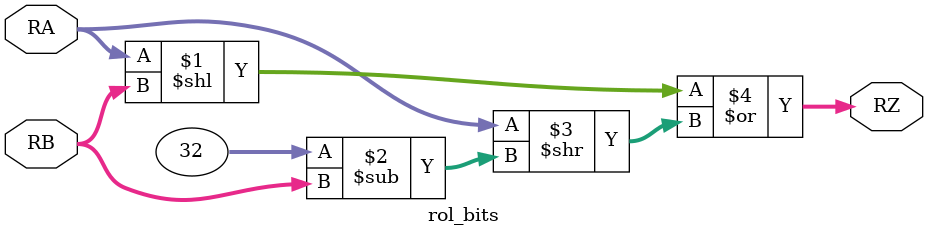
<source format=v>
`timescale 1ns/10ps

module rol_bits(
	input wire [31:0] RA, RB,
	output wire [31:0] RZ
	);
	
	assign RZ = ((RA << RB) | (RA >> (32 - RB)));
	
endmodule
</source>
